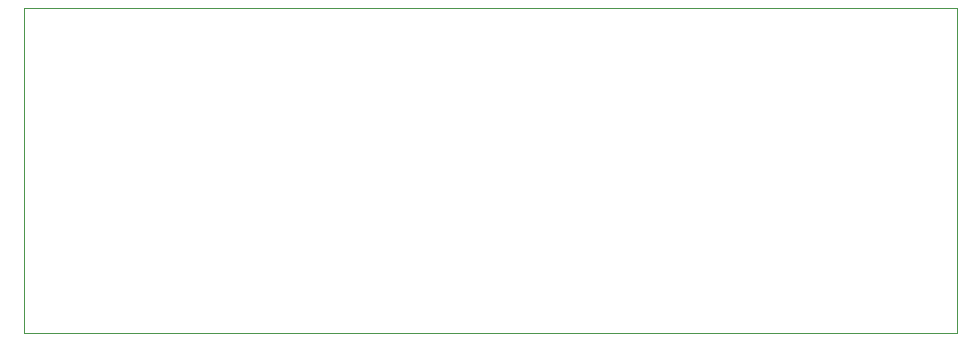
<source format=gbr>
%TF.GenerationSoftware,KiCad,Pcbnew,8.0.6*%
%TF.CreationDate,2025-02-04T11:33:45-08:00*%
%TF.ProjectId,Current_Transformer_test_Board,43757272-656e-4745-9f54-72616e73666f,rev?*%
%TF.SameCoordinates,Original*%
%TF.FileFunction,Profile,NP*%
%FSLAX46Y46*%
G04 Gerber Fmt 4.6, Leading zero omitted, Abs format (unit mm)*
G04 Created by KiCad (PCBNEW 8.0.6) date 2025-02-04 11:33:45*
%MOMM*%
%LPD*%
G01*
G04 APERTURE LIST*
%TA.AperFunction,Profile*%
%ADD10C,0.050000*%
%TD*%
G04 APERTURE END LIST*
D10*
X53000000Y-31500000D02*
X132000000Y-31500000D01*
X132000000Y-59000000D01*
X53000000Y-59000000D01*
X53000000Y-31500000D01*
M02*

</source>
